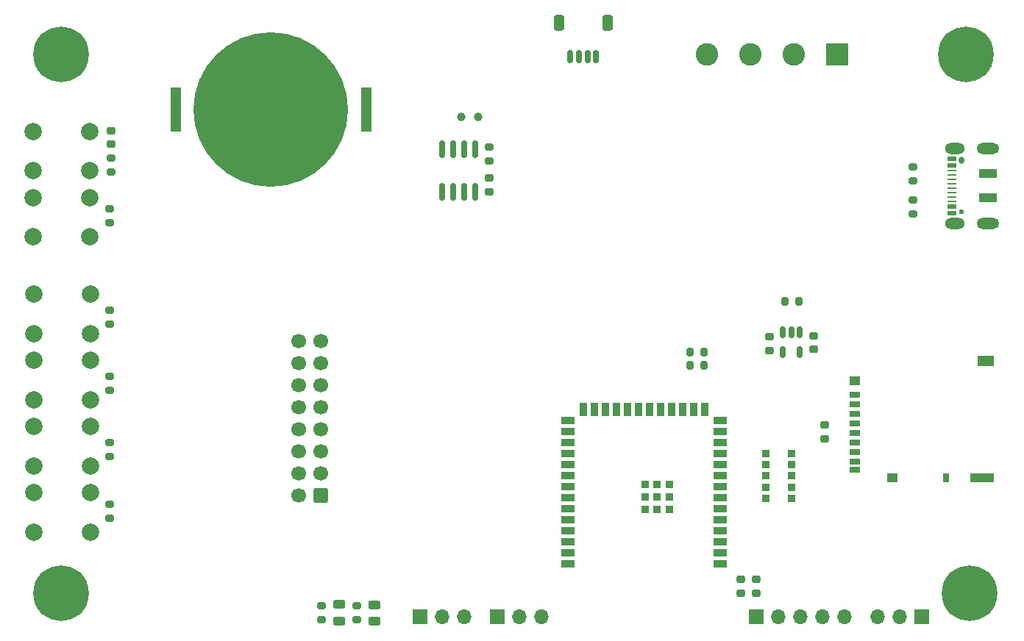
<source format=gbr>
%TF.GenerationSoftware,KiCad,Pcbnew,7.0.1*%
%TF.CreationDate,2023-04-30T23:40:34+01:00*%
%TF.ProjectId,clock25,636c6f63-6b32-4352-9e6b-696361645f70,rev?*%
%TF.SameCoordinates,Original*%
%TF.FileFunction,Soldermask,Top*%
%TF.FilePolarity,Negative*%
%FSLAX46Y46*%
G04 Gerber Fmt 4.6, Leading zero omitted, Abs format (unit mm)*
G04 Created by KiCad (PCBNEW 7.0.1) date 2023-04-30 23:40:34*
%MOMM*%
%LPD*%
G01*
G04 APERTURE LIST*
G04 Aperture macros list*
%AMRoundRect*
0 Rectangle with rounded corners*
0 $1 Rounding radius*
0 $2 $3 $4 $5 $6 $7 $8 $9 X,Y pos of 4 corners*
0 Add a 4 corners polygon primitive as box body*
4,1,4,$2,$3,$4,$5,$6,$7,$8,$9,$2,$3,0*
0 Add four circle primitives for the rounded corners*
1,1,$1+$1,$2,$3*
1,1,$1+$1,$4,$5*
1,1,$1+$1,$6,$7*
1,1,$1+$1,$8,$9*
0 Add four rect primitives between the rounded corners*
20,1,$1+$1,$2,$3,$4,$5,0*
20,1,$1+$1,$4,$5,$6,$7,0*
20,1,$1+$1,$6,$7,$8,$9,0*
20,1,$1+$1,$8,$9,$2,$3,0*%
G04 Aperture macros list end*
%ADD10R,0.900000X0.900000*%
%ADD11C,0.800000*%
%ADD12C,6.400000*%
%ADD13C,2.000000*%
%ADD14R,1.700000X1.700000*%
%ADD15O,1.700000X1.700000*%
%ADD16RoundRect,0.200000X-0.275000X0.200000X-0.275000X-0.200000X0.275000X-0.200000X0.275000X0.200000X0*%
%ADD17RoundRect,0.243750X0.456250X-0.243750X0.456250X0.243750X-0.456250X0.243750X-0.456250X-0.243750X0*%
%ADD18RoundRect,0.225000X-0.250000X0.225000X-0.250000X-0.225000X0.250000X-0.225000X0.250000X0.225000X0*%
%ADD19R,1.200000X0.700000*%
%ADD20R,0.800000X1.000000*%
%ADD21R,1.200000X1.000000*%
%ADD22R,2.800000X1.000000*%
%ADD23R,1.900000X1.300000*%
%ADD24RoundRect,0.150000X-0.150000X0.512500X-0.150000X-0.512500X0.150000X-0.512500X0.150000X0.512500X0*%
%ADD25C,0.600000*%
%ADD26R,2.000000X1.000000*%
%ADD27O,0.600000X0.850000*%
%ADD28R,1.000000X0.520000*%
%ADD29R,1.000000X0.270000*%
%ADD30O,2.300000X1.300000*%
%ADD31O,2.600000X1.300000*%
%ADD32C,1.000000*%
%ADD33RoundRect,0.200000X0.275000X-0.200000X0.275000X0.200000X-0.275000X0.200000X-0.275000X-0.200000X0*%
%ADD34R,1.500000X0.900000*%
%ADD35R,0.900000X1.500000*%
%ADD36RoundRect,0.150000X0.150000X0.625000X-0.150000X0.625000X-0.150000X-0.625000X0.150000X-0.625000X0*%
%ADD37RoundRect,0.250000X0.350000X0.650000X-0.350000X0.650000X-0.350000X-0.650000X0.350000X-0.650000X0*%
%ADD38R,1.270000X5.080000*%
%ADD39C,17.800000*%
%ADD40RoundRect,0.200000X-0.200000X-0.275000X0.200000X-0.275000X0.200000X0.275000X-0.200000X0.275000X0*%
%ADD41RoundRect,0.150000X-0.150000X0.825000X-0.150000X-0.825000X0.150000X-0.825000X0.150000X0.825000X0*%
%ADD42RoundRect,0.200000X0.200000X0.275000X-0.200000X0.275000X-0.200000X-0.275000X0.200000X-0.275000X0*%
%ADD43RoundRect,0.250000X0.600000X0.600000X-0.600000X0.600000X-0.600000X-0.600000X0.600000X-0.600000X0*%
%ADD44C,1.700000*%
%ADD45R,2.600000X2.600000*%
%ADD46C,2.600000*%
G04 APERTURE END LIST*
D10*
%TO.C,R7*%
X178030000Y-120964000D03*
X178030000Y-119644000D03*
X178030000Y-118364000D03*
X178030000Y-117084000D03*
X178030000Y-115764000D03*
X175030000Y-115764000D03*
X175030000Y-117084000D03*
X175030000Y-118364000D03*
X175030000Y-119644000D03*
X175030000Y-120964000D03*
%TD*%
D11*
%TO.C,REF\u002A\u002A*%
X195720000Y-69850000D03*
X196422944Y-68152944D03*
X196422944Y-71547056D03*
X198120000Y-67450000D03*
D12*
X198120000Y-69850000D03*
D11*
X198120000Y-72250000D03*
X199817056Y-68152944D03*
X199817056Y-71547056D03*
X200520000Y-69850000D03*
%TD*%
D13*
%TO.C,SW4*%
X90805000Y-105065000D03*
X97305000Y-105065000D03*
X90805000Y-109565000D03*
X97305000Y-109565000D03*
%TD*%
D14*
%TO.C,J8*%
X135270000Y-134620000D03*
D15*
X137810000Y-134620000D03*
X140350000Y-134620000D03*
%TD*%
D16*
%TO.C,R2*%
X192024000Y-86551000D03*
X192024000Y-88201000D03*
%TD*%
D17*
%TO.C,D2*%
X130048000Y-135128000D03*
X130048000Y-133253000D03*
%TD*%
D18*
%TO.C,C3*%
X173990000Y-130289000D03*
X173990000Y-131839000D03*
%TD*%
D19*
%TO.C,J6*%
X185315000Y-108985000D03*
X185315000Y-110085000D03*
X185315000Y-111185000D03*
X185315000Y-112285000D03*
X185315000Y-113385000D03*
X185315000Y-114485000D03*
X185315000Y-115585000D03*
X185315000Y-116685000D03*
X185315000Y-117635000D03*
D20*
X195815000Y-118585000D03*
D21*
X189615000Y-118585000D03*
D22*
X199965000Y-118585000D03*
D21*
X185315000Y-107435000D03*
D23*
X200415000Y-105085000D03*
%TD*%
D24*
%TO.C,U2*%
X178938000Y-101854000D03*
X177988000Y-101854000D03*
X177038000Y-101854000D03*
X177038000Y-104129000D03*
X178938000Y-104129000D03*
%TD*%
D25*
%TO.C,J1*%
X197560000Y-87960000D03*
D26*
X200660000Y-86360000D03*
X200660000Y-83560000D03*
D27*
X197560000Y-81960000D03*
D28*
X196460000Y-88060000D03*
X196460000Y-87310000D03*
D29*
X196460000Y-86710000D03*
X196460000Y-85210000D03*
X196460000Y-84210000D03*
X196460000Y-83210000D03*
D28*
X196460000Y-82610000D03*
X196460000Y-81860000D03*
X196460000Y-81860000D03*
X196460000Y-82610000D03*
D29*
X196460000Y-83710000D03*
X196460000Y-84710000D03*
X196460000Y-85710000D03*
X196460000Y-86210000D03*
D28*
X196460000Y-87310000D03*
X196460000Y-88060000D03*
D30*
X196835000Y-89280000D03*
D31*
X200660000Y-89280000D03*
D30*
X196835000Y-80640000D03*
D31*
X200660000Y-80640000D03*
%TD*%
D14*
%TO.C,J7*%
X193040000Y-134620000D03*
D15*
X190500000Y-134620000D03*
X187960000Y-134620000D03*
%TD*%
D32*
%TO.C,Y1*%
X141920000Y-77005000D03*
X140020000Y-77005000D03*
%TD*%
D16*
%TO.C,R4*%
X143256000Y-80455000D03*
X143256000Y-82105000D03*
%TD*%
D33*
%TO.C,R1*%
X192024000Y-84391000D03*
X192024000Y-82741000D03*
%TD*%
D17*
%TO.C,D1*%
X125984000Y-135049500D03*
X125984000Y-133174500D03*
%TD*%
D11*
%TO.C,REF\u002A\u002A*%
X91580000Y-69850000D03*
X92282944Y-68152944D03*
X92282944Y-71547056D03*
X93980000Y-67450000D03*
D12*
X93980000Y-69850000D03*
D11*
X93980000Y-72250000D03*
X95677056Y-68152944D03*
X95677056Y-71547056D03*
X96380000Y-69850000D03*
%TD*%
D13*
%TO.C,SW3*%
X90805000Y-97445000D03*
X97305000Y-97445000D03*
X90805000Y-101945000D03*
X97305000Y-101945000D03*
%TD*%
D34*
%TO.C,U1*%
X169810000Y-128500000D03*
X169810000Y-127230000D03*
X169810000Y-125960000D03*
X169810000Y-124690000D03*
X169810000Y-123420000D03*
X169810000Y-122150000D03*
X169810000Y-120880000D03*
X169810000Y-119610000D03*
X169810000Y-118340000D03*
X169810000Y-117070000D03*
X169810000Y-115800000D03*
X169810000Y-114530000D03*
X169810000Y-113260000D03*
X169810000Y-111990000D03*
D35*
X168045000Y-110740000D03*
X166775000Y-110740000D03*
X165505000Y-110740000D03*
X164235000Y-110740000D03*
X162965000Y-110740000D03*
X161695000Y-110740000D03*
X160425000Y-110740000D03*
X159155000Y-110740000D03*
X157885000Y-110740000D03*
X156615000Y-110740000D03*
X155345000Y-110740000D03*
X154075000Y-110740000D03*
D34*
X152310000Y-111990000D03*
X152310000Y-113260000D03*
X152310000Y-114530000D03*
X152310000Y-115800000D03*
X152310000Y-117070000D03*
X152310000Y-118340000D03*
X152310000Y-119610000D03*
X152310000Y-120880000D03*
X152310000Y-122150000D03*
X152310000Y-123420000D03*
X152310000Y-124690000D03*
X152310000Y-125960000D03*
X152310000Y-127230000D03*
X152310000Y-128500000D03*
D10*
X163960000Y-122180000D03*
X163960000Y-120780000D03*
X163960000Y-119380000D03*
X162560000Y-122180000D03*
X162560000Y-120780000D03*
X162560000Y-119380000D03*
X161160000Y-122180000D03*
X161160000Y-120780000D03*
X161160000Y-119380000D03*
%TD*%
D14*
%TO.C,J9*%
X173990000Y-134620000D03*
D15*
X176530000Y-134620000D03*
X179070000Y-134620000D03*
X181610000Y-134620000D03*
X184150000Y-134620000D03*
%TD*%
D18*
%TO.C,C6*%
X175514000Y-102349000D03*
X175514000Y-103899000D03*
%TD*%
%TO.C,C2*%
X99695000Y-78600000D03*
X99695000Y-80150000D03*
%TD*%
D33*
%TO.C,R12*%
X99568000Y-100901000D03*
X99568000Y-99251000D03*
%TD*%
D16*
%TO.C,R9*%
X99568000Y-87567000D03*
X99568000Y-89217000D03*
%TD*%
D33*
%TO.C,R13*%
X99568000Y-108521000D03*
X99568000Y-106871000D03*
%TD*%
%TO.C,R10*%
X123952000Y-134937000D03*
X123952000Y-133287000D03*
%TD*%
D13*
%TO.C,SW5*%
X90805000Y-112685000D03*
X97305000Y-112685000D03*
X90805000Y-117185000D03*
X97305000Y-117185000D03*
%TD*%
D18*
%TO.C,C4*%
X172212000Y-130289000D03*
X172212000Y-131839000D03*
%TD*%
D36*
%TO.C,J4*%
X155545000Y-70072000D03*
X154545000Y-70072000D03*
X153545000Y-70072000D03*
X152545000Y-70072000D03*
D37*
X156845000Y-66197000D03*
X151245000Y-66197000D03*
%TD*%
D11*
%TO.C,REF\u002A\u002A*%
X91580000Y-131872056D03*
X92282944Y-130175000D03*
X92282944Y-133569112D03*
X93980000Y-129472056D03*
D12*
X93980000Y-131872056D03*
D11*
X93980000Y-134272056D03*
X95677056Y-130175000D03*
X95677056Y-133569112D03*
X96380000Y-131872056D03*
%TD*%
D13*
%TO.C,SW6*%
X90805000Y-120305000D03*
X97305000Y-120305000D03*
X90805000Y-124805000D03*
X97305000Y-124805000D03*
%TD*%
D38*
%TO.C,BT1*%
X129095000Y-76200000D03*
X107125000Y-76200000D03*
D39*
X118110000Y-76200000D03*
%TD*%
D40*
%TO.C,R3*%
X177229000Y-98298000D03*
X178879000Y-98298000D03*
%TD*%
D18*
%TO.C,C5*%
X180528000Y-102216500D03*
X180528000Y-103766500D03*
%TD*%
D41*
%TO.C,U3*%
X141605000Y-80710000D03*
X140335000Y-80710000D03*
X139065000Y-80710000D03*
X137795000Y-80710000D03*
X137795000Y-85660000D03*
X139065000Y-85660000D03*
X140335000Y-85660000D03*
X141605000Y-85660000D03*
%TD*%
D33*
%TO.C,R8*%
X99695000Y-83375000D03*
X99695000Y-81725000D03*
%TD*%
D42*
%TO.C,R5*%
X167957000Y-105664000D03*
X166307000Y-105664000D03*
%TD*%
D13*
%TO.C,SW2*%
X90730000Y-86305000D03*
X97230000Y-86305000D03*
X90730000Y-90805000D03*
X97230000Y-90805000D03*
%TD*%
D43*
%TO.C,J2*%
X123825000Y-120650000D03*
D44*
X121285000Y-120650000D03*
X123825000Y-118110000D03*
X121285000Y-118110000D03*
X123825000Y-115570000D03*
X121285000Y-115570000D03*
X123825000Y-113030000D03*
X121285000Y-113030000D03*
X123825000Y-110490000D03*
X121285000Y-110490000D03*
X123825000Y-107950000D03*
X121285000Y-107950000D03*
X123825000Y-105410000D03*
X121285000Y-105410000D03*
X123825000Y-102870000D03*
X121285000Y-102870000D03*
%TD*%
D42*
%TO.C,R6*%
X167957000Y-104140000D03*
X166307000Y-104140000D03*
%TD*%
D11*
%TO.C,REF\u002A\u002A*%
X196147056Y-131872056D03*
X196850000Y-130175000D03*
X196850000Y-133569112D03*
X198547056Y-129472056D03*
D12*
X198547056Y-131872056D03*
D11*
X198547056Y-134272056D03*
X200244112Y-130175000D03*
X200244112Y-133569112D03*
X200947056Y-131872056D03*
%TD*%
D33*
%TO.C,R15*%
X99568000Y-123253000D03*
X99568000Y-121603000D03*
%TD*%
D45*
%TO.C,J3*%
X183275000Y-69850000D03*
D46*
X178275000Y-69850000D03*
X173275000Y-69850000D03*
X168275000Y-69850000D03*
%TD*%
D33*
%TO.C,R11*%
X128016000Y-134937000D03*
X128016000Y-133287000D03*
%TD*%
D18*
%TO.C,C7*%
X181864000Y-112509000D03*
X181864000Y-114059000D03*
%TD*%
%TO.C,C1*%
X143256000Y-84061000D03*
X143256000Y-85611000D03*
%TD*%
D33*
%TO.C,R14*%
X99568000Y-116141000D03*
X99568000Y-114491000D03*
%TD*%
D13*
%TO.C,SW1*%
X90730000Y-78685000D03*
X97230000Y-78685000D03*
X90730000Y-83185000D03*
X97230000Y-83185000D03*
%TD*%
D14*
%TO.C,J5*%
X144160000Y-134595000D03*
D15*
X146700000Y-134595000D03*
X149240000Y-134595000D03*
%TD*%
M02*

</source>
